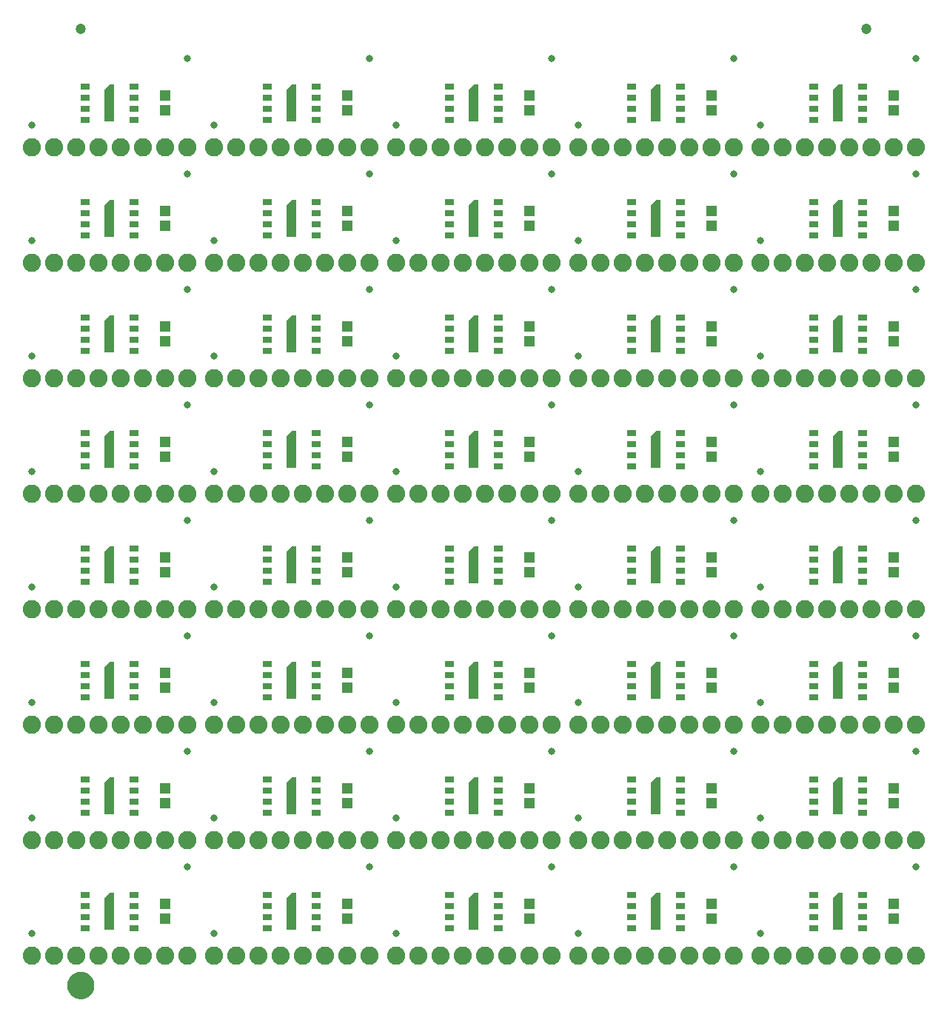
<source format=gts>
G04 EAGLE Gerber RS-274X export*
G75*
%MOMM*%
%FSLAX34Y34*%
%LPD*%
%INSoldermask Top*%
%IPPOS*%
%AMOC8*
5,1,8,0,0,1.08239X$1,22.5*%
G01*
%ADD10C,0.838200*%
%ADD11R,1.053200X0.703200*%
%ADD12R,1.203200X1.303200*%
%ADD13C,2.082800*%
%ADD14C,1.203200*%
%ADD15C,1.270000*%
%ADD16C,1.703200*%

G36*
X315196Y966816D02*
X315196Y966816D01*
X315213Y966813D01*
X315263Y966835D01*
X315314Y966850D01*
X315325Y966863D01*
X315341Y966870D01*
X315371Y966915D01*
X315406Y966955D01*
X315409Y966972D01*
X315418Y966987D01*
X315429Y967060D01*
X315429Y1009310D01*
X315424Y1009326D01*
X315427Y1009343D01*
X315405Y1009393D01*
X315390Y1009444D01*
X315377Y1009455D01*
X315370Y1009471D01*
X315325Y1009501D01*
X315285Y1009536D01*
X315268Y1009539D01*
X315254Y1009548D01*
X315180Y1009559D01*
X311080Y1009559D01*
X311022Y1009542D01*
X310964Y1009530D01*
X310952Y1009522D01*
X310946Y1009520D01*
X310939Y1009512D01*
X310904Y1009486D01*
X304404Y1002986D01*
X304375Y1002934D01*
X304342Y1002884D01*
X304340Y1002869D01*
X304337Y1002864D01*
X304337Y1002853D01*
X304331Y1002810D01*
X304331Y967060D01*
X304336Y967044D01*
X304333Y967027D01*
X304355Y966977D01*
X304370Y966926D01*
X304383Y966915D01*
X304390Y966899D01*
X304435Y966869D01*
X304475Y966834D01*
X304492Y966831D01*
X304507Y966822D01*
X304580Y966811D01*
X315180Y966811D01*
X315196Y966816D01*
G37*
G36*
X731756Y966816D02*
X731756Y966816D01*
X731773Y966813D01*
X731823Y966835D01*
X731874Y966850D01*
X731885Y966863D01*
X731901Y966870D01*
X731931Y966915D01*
X731966Y966955D01*
X731969Y966972D01*
X731978Y966987D01*
X731989Y967060D01*
X731989Y1009310D01*
X731984Y1009326D01*
X731987Y1009343D01*
X731965Y1009393D01*
X731950Y1009444D01*
X731937Y1009455D01*
X731930Y1009471D01*
X731885Y1009501D01*
X731845Y1009536D01*
X731828Y1009539D01*
X731814Y1009548D01*
X731740Y1009559D01*
X727640Y1009559D01*
X727582Y1009542D01*
X727524Y1009530D01*
X727512Y1009522D01*
X727506Y1009520D01*
X727499Y1009512D01*
X727464Y1009486D01*
X720964Y1002986D01*
X720935Y1002934D01*
X720902Y1002884D01*
X720900Y1002869D01*
X720897Y1002864D01*
X720897Y1002853D01*
X720891Y1002810D01*
X720891Y967060D01*
X720896Y967044D01*
X720893Y967027D01*
X720915Y966977D01*
X720930Y966926D01*
X720943Y966915D01*
X720950Y966899D01*
X720995Y966869D01*
X721035Y966834D01*
X721052Y966831D01*
X721067Y966822D01*
X721140Y966811D01*
X731740Y966811D01*
X731756Y966816D01*
G37*
G36*
X523476Y966816D02*
X523476Y966816D01*
X523493Y966813D01*
X523543Y966835D01*
X523594Y966850D01*
X523605Y966863D01*
X523621Y966870D01*
X523651Y966915D01*
X523686Y966955D01*
X523689Y966972D01*
X523698Y966987D01*
X523709Y967060D01*
X523709Y1009310D01*
X523704Y1009326D01*
X523707Y1009343D01*
X523685Y1009393D01*
X523670Y1009444D01*
X523657Y1009455D01*
X523650Y1009471D01*
X523605Y1009501D01*
X523565Y1009536D01*
X523548Y1009539D01*
X523534Y1009548D01*
X523460Y1009559D01*
X519360Y1009559D01*
X519302Y1009542D01*
X519244Y1009530D01*
X519232Y1009522D01*
X519226Y1009520D01*
X519219Y1009512D01*
X519184Y1009486D01*
X512684Y1002986D01*
X512655Y1002934D01*
X512622Y1002884D01*
X512620Y1002869D01*
X512617Y1002864D01*
X512617Y1002853D01*
X512611Y1002810D01*
X512611Y967060D01*
X512616Y967044D01*
X512613Y967027D01*
X512635Y966977D01*
X512650Y966926D01*
X512663Y966915D01*
X512670Y966899D01*
X512715Y966869D01*
X512755Y966834D01*
X512772Y966831D01*
X512787Y966822D01*
X512860Y966811D01*
X523460Y966811D01*
X523476Y966816D01*
G37*
G36*
X106916Y966816D02*
X106916Y966816D01*
X106933Y966813D01*
X106983Y966835D01*
X107034Y966850D01*
X107045Y966863D01*
X107061Y966870D01*
X107091Y966915D01*
X107126Y966955D01*
X107129Y966972D01*
X107138Y966987D01*
X107149Y967060D01*
X107149Y1009310D01*
X107144Y1009326D01*
X107147Y1009343D01*
X107125Y1009393D01*
X107110Y1009444D01*
X107097Y1009455D01*
X107090Y1009471D01*
X107045Y1009501D01*
X107005Y1009536D01*
X106988Y1009539D01*
X106974Y1009548D01*
X106900Y1009559D01*
X102800Y1009559D01*
X102742Y1009542D01*
X102684Y1009530D01*
X102672Y1009522D01*
X102666Y1009520D01*
X102659Y1009512D01*
X102624Y1009486D01*
X96124Y1002986D01*
X96095Y1002934D01*
X96062Y1002884D01*
X96060Y1002869D01*
X96057Y1002864D01*
X96057Y1002853D01*
X96051Y1002810D01*
X96051Y967060D01*
X96056Y967044D01*
X96053Y967027D01*
X96075Y966977D01*
X96090Y966926D01*
X96103Y966915D01*
X96110Y966899D01*
X96155Y966869D01*
X96195Y966834D01*
X96212Y966831D01*
X96227Y966822D01*
X96300Y966811D01*
X106900Y966811D01*
X106916Y966816D01*
G37*
G36*
X940036Y966816D02*
X940036Y966816D01*
X940053Y966813D01*
X940103Y966835D01*
X940154Y966850D01*
X940165Y966863D01*
X940181Y966870D01*
X940211Y966915D01*
X940246Y966955D01*
X940249Y966972D01*
X940258Y966987D01*
X940269Y967060D01*
X940269Y1009310D01*
X940264Y1009326D01*
X940267Y1009343D01*
X940245Y1009393D01*
X940230Y1009444D01*
X940217Y1009455D01*
X940210Y1009471D01*
X940165Y1009501D01*
X940125Y1009536D01*
X940108Y1009539D01*
X940094Y1009548D01*
X940020Y1009559D01*
X935920Y1009559D01*
X935862Y1009542D01*
X935804Y1009530D01*
X935792Y1009522D01*
X935786Y1009520D01*
X935779Y1009512D01*
X935744Y1009486D01*
X929244Y1002986D01*
X929215Y1002934D01*
X929182Y1002884D01*
X929180Y1002869D01*
X929177Y1002864D01*
X929177Y1002853D01*
X929171Y1002810D01*
X929171Y967060D01*
X929176Y967044D01*
X929173Y967027D01*
X929195Y966977D01*
X929210Y966926D01*
X929223Y966915D01*
X929230Y966899D01*
X929275Y966869D01*
X929315Y966834D01*
X929332Y966831D01*
X929347Y966822D01*
X929420Y966811D01*
X940020Y966811D01*
X940036Y966816D01*
G37*
G36*
X106916Y834736D02*
X106916Y834736D01*
X106933Y834733D01*
X106983Y834755D01*
X107034Y834770D01*
X107045Y834783D01*
X107061Y834790D01*
X107091Y834835D01*
X107126Y834875D01*
X107129Y834892D01*
X107138Y834907D01*
X107149Y834980D01*
X107149Y877230D01*
X107144Y877246D01*
X107147Y877263D01*
X107125Y877313D01*
X107110Y877364D01*
X107097Y877375D01*
X107090Y877391D01*
X107045Y877421D01*
X107005Y877456D01*
X106988Y877459D01*
X106974Y877468D01*
X106900Y877479D01*
X102800Y877479D01*
X102742Y877462D01*
X102684Y877450D01*
X102672Y877442D01*
X102666Y877440D01*
X102659Y877432D01*
X102624Y877406D01*
X96124Y870906D01*
X96095Y870854D01*
X96062Y870804D01*
X96060Y870789D01*
X96057Y870784D01*
X96057Y870773D01*
X96051Y870730D01*
X96051Y834980D01*
X96056Y834964D01*
X96053Y834947D01*
X96075Y834897D01*
X96090Y834846D01*
X96103Y834835D01*
X96110Y834819D01*
X96155Y834789D01*
X96195Y834754D01*
X96212Y834751D01*
X96227Y834742D01*
X96300Y834731D01*
X106900Y834731D01*
X106916Y834736D01*
G37*
G36*
X731756Y834736D02*
X731756Y834736D01*
X731773Y834733D01*
X731823Y834755D01*
X731874Y834770D01*
X731885Y834783D01*
X731901Y834790D01*
X731931Y834835D01*
X731966Y834875D01*
X731969Y834892D01*
X731978Y834907D01*
X731989Y834980D01*
X731989Y877230D01*
X731984Y877246D01*
X731987Y877263D01*
X731965Y877313D01*
X731950Y877364D01*
X731937Y877375D01*
X731930Y877391D01*
X731885Y877421D01*
X731845Y877456D01*
X731828Y877459D01*
X731814Y877468D01*
X731740Y877479D01*
X727640Y877479D01*
X727582Y877462D01*
X727524Y877450D01*
X727512Y877442D01*
X727506Y877440D01*
X727499Y877432D01*
X727464Y877406D01*
X720964Y870906D01*
X720935Y870854D01*
X720902Y870804D01*
X720900Y870789D01*
X720897Y870784D01*
X720897Y870773D01*
X720891Y870730D01*
X720891Y834980D01*
X720896Y834964D01*
X720893Y834947D01*
X720915Y834897D01*
X720930Y834846D01*
X720943Y834835D01*
X720950Y834819D01*
X720995Y834789D01*
X721035Y834754D01*
X721052Y834751D01*
X721067Y834742D01*
X721140Y834731D01*
X731740Y834731D01*
X731756Y834736D01*
G37*
G36*
X315196Y834736D02*
X315196Y834736D01*
X315213Y834733D01*
X315263Y834755D01*
X315314Y834770D01*
X315325Y834783D01*
X315341Y834790D01*
X315371Y834835D01*
X315406Y834875D01*
X315409Y834892D01*
X315418Y834907D01*
X315429Y834980D01*
X315429Y877230D01*
X315424Y877246D01*
X315427Y877263D01*
X315405Y877313D01*
X315390Y877364D01*
X315377Y877375D01*
X315370Y877391D01*
X315325Y877421D01*
X315285Y877456D01*
X315268Y877459D01*
X315254Y877468D01*
X315180Y877479D01*
X311080Y877479D01*
X311022Y877462D01*
X310964Y877450D01*
X310952Y877442D01*
X310946Y877440D01*
X310939Y877432D01*
X310904Y877406D01*
X304404Y870906D01*
X304375Y870854D01*
X304342Y870804D01*
X304340Y870789D01*
X304337Y870784D01*
X304337Y870773D01*
X304331Y870730D01*
X304331Y834980D01*
X304336Y834964D01*
X304333Y834947D01*
X304355Y834897D01*
X304370Y834846D01*
X304383Y834835D01*
X304390Y834819D01*
X304435Y834789D01*
X304475Y834754D01*
X304492Y834751D01*
X304507Y834742D01*
X304580Y834731D01*
X315180Y834731D01*
X315196Y834736D01*
G37*
G36*
X523476Y834736D02*
X523476Y834736D01*
X523493Y834733D01*
X523543Y834755D01*
X523594Y834770D01*
X523605Y834783D01*
X523621Y834790D01*
X523651Y834835D01*
X523686Y834875D01*
X523689Y834892D01*
X523698Y834907D01*
X523709Y834980D01*
X523709Y877230D01*
X523704Y877246D01*
X523707Y877263D01*
X523685Y877313D01*
X523670Y877364D01*
X523657Y877375D01*
X523650Y877391D01*
X523605Y877421D01*
X523565Y877456D01*
X523548Y877459D01*
X523534Y877468D01*
X523460Y877479D01*
X519360Y877479D01*
X519302Y877462D01*
X519244Y877450D01*
X519232Y877442D01*
X519226Y877440D01*
X519219Y877432D01*
X519184Y877406D01*
X512684Y870906D01*
X512655Y870854D01*
X512622Y870804D01*
X512620Y870789D01*
X512617Y870784D01*
X512617Y870773D01*
X512611Y870730D01*
X512611Y834980D01*
X512616Y834964D01*
X512613Y834947D01*
X512635Y834897D01*
X512650Y834846D01*
X512663Y834835D01*
X512670Y834819D01*
X512715Y834789D01*
X512755Y834754D01*
X512772Y834751D01*
X512787Y834742D01*
X512860Y834731D01*
X523460Y834731D01*
X523476Y834736D01*
G37*
G36*
X940036Y834736D02*
X940036Y834736D01*
X940053Y834733D01*
X940103Y834755D01*
X940154Y834770D01*
X940165Y834783D01*
X940181Y834790D01*
X940211Y834835D01*
X940246Y834875D01*
X940249Y834892D01*
X940258Y834907D01*
X940269Y834980D01*
X940269Y877230D01*
X940264Y877246D01*
X940267Y877263D01*
X940245Y877313D01*
X940230Y877364D01*
X940217Y877375D01*
X940210Y877391D01*
X940165Y877421D01*
X940125Y877456D01*
X940108Y877459D01*
X940094Y877468D01*
X940020Y877479D01*
X935920Y877479D01*
X935862Y877462D01*
X935804Y877450D01*
X935792Y877442D01*
X935786Y877440D01*
X935779Y877432D01*
X935744Y877406D01*
X929244Y870906D01*
X929215Y870854D01*
X929182Y870804D01*
X929180Y870789D01*
X929177Y870784D01*
X929177Y870773D01*
X929171Y870730D01*
X929171Y834980D01*
X929176Y834964D01*
X929173Y834947D01*
X929195Y834897D01*
X929210Y834846D01*
X929223Y834835D01*
X929230Y834819D01*
X929275Y834789D01*
X929315Y834754D01*
X929332Y834751D01*
X929347Y834742D01*
X929420Y834731D01*
X940020Y834731D01*
X940036Y834736D01*
G37*
G36*
X315196Y702656D02*
X315196Y702656D01*
X315213Y702653D01*
X315263Y702675D01*
X315314Y702690D01*
X315325Y702703D01*
X315341Y702710D01*
X315371Y702755D01*
X315406Y702795D01*
X315409Y702812D01*
X315418Y702827D01*
X315429Y702900D01*
X315429Y745150D01*
X315424Y745166D01*
X315427Y745183D01*
X315405Y745233D01*
X315390Y745284D01*
X315377Y745295D01*
X315370Y745311D01*
X315325Y745341D01*
X315285Y745376D01*
X315268Y745379D01*
X315254Y745388D01*
X315180Y745399D01*
X311080Y745399D01*
X311022Y745382D01*
X310964Y745370D01*
X310952Y745362D01*
X310946Y745360D01*
X310939Y745352D01*
X310904Y745326D01*
X304404Y738826D01*
X304375Y738774D01*
X304342Y738724D01*
X304340Y738709D01*
X304337Y738704D01*
X304337Y738693D01*
X304331Y738650D01*
X304331Y702900D01*
X304336Y702884D01*
X304333Y702867D01*
X304355Y702817D01*
X304370Y702766D01*
X304383Y702755D01*
X304390Y702739D01*
X304435Y702709D01*
X304475Y702674D01*
X304492Y702671D01*
X304507Y702662D01*
X304580Y702651D01*
X315180Y702651D01*
X315196Y702656D01*
G37*
G36*
X523476Y702656D02*
X523476Y702656D01*
X523493Y702653D01*
X523543Y702675D01*
X523594Y702690D01*
X523605Y702703D01*
X523621Y702710D01*
X523651Y702755D01*
X523686Y702795D01*
X523689Y702812D01*
X523698Y702827D01*
X523709Y702900D01*
X523709Y745150D01*
X523704Y745166D01*
X523707Y745183D01*
X523685Y745233D01*
X523670Y745284D01*
X523657Y745295D01*
X523650Y745311D01*
X523605Y745341D01*
X523565Y745376D01*
X523548Y745379D01*
X523534Y745388D01*
X523460Y745399D01*
X519360Y745399D01*
X519302Y745382D01*
X519244Y745370D01*
X519232Y745362D01*
X519226Y745360D01*
X519219Y745352D01*
X519184Y745326D01*
X512684Y738826D01*
X512655Y738774D01*
X512622Y738724D01*
X512620Y738709D01*
X512617Y738704D01*
X512617Y738693D01*
X512611Y738650D01*
X512611Y702900D01*
X512616Y702884D01*
X512613Y702867D01*
X512635Y702817D01*
X512650Y702766D01*
X512663Y702755D01*
X512670Y702739D01*
X512715Y702709D01*
X512755Y702674D01*
X512772Y702671D01*
X512787Y702662D01*
X512860Y702651D01*
X523460Y702651D01*
X523476Y702656D01*
G37*
G36*
X106916Y702656D02*
X106916Y702656D01*
X106933Y702653D01*
X106983Y702675D01*
X107034Y702690D01*
X107045Y702703D01*
X107061Y702710D01*
X107091Y702755D01*
X107126Y702795D01*
X107129Y702812D01*
X107138Y702827D01*
X107149Y702900D01*
X107149Y745150D01*
X107144Y745166D01*
X107147Y745183D01*
X107125Y745233D01*
X107110Y745284D01*
X107097Y745295D01*
X107090Y745311D01*
X107045Y745341D01*
X107005Y745376D01*
X106988Y745379D01*
X106974Y745388D01*
X106900Y745399D01*
X102800Y745399D01*
X102742Y745382D01*
X102684Y745370D01*
X102672Y745362D01*
X102666Y745360D01*
X102659Y745352D01*
X102624Y745326D01*
X96124Y738826D01*
X96095Y738774D01*
X96062Y738724D01*
X96060Y738709D01*
X96057Y738704D01*
X96057Y738693D01*
X96051Y738650D01*
X96051Y702900D01*
X96056Y702884D01*
X96053Y702867D01*
X96075Y702817D01*
X96090Y702766D01*
X96103Y702755D01*
X96110Y702739D01*
X96155Y702709D01*
X96195Y702674D01*
X96212Y702671D01*
X96227Y702662D01*
X96300Y702651D01*
X106900Y702651D01*
X106916Y702656D01*
G37*
G36*
X731756Y702656D02*
X731756Y702656D01*
X731773Y702653D01*
X731823Y702675D01*
X731874Y702690D01*
X731885Y702703D01*
X731901Y702710D01*
X731931Y702755D01*
X731966Y702795D01*
X731969Y702812D01*
X731978Y702827D01*
X731989Y702900D01*
X731989Y745150D01*
X731984Y745166D01*
X731987Y745183D01*
X731965Y745233D01*
X731950Y745284D01*
X731937Y745295D01*
X731930Y745311D01*
X731885Y745341D01*
X731845Y745376D01*
X731828Y745379D01*
X731814Y745388D01*
X731740Y745399D01*
X727640Y745399D01*
X727582Y745382D01*
X727524Y745370D01*
X727512Y745362D01*
X727506Y745360D01*
X727499Y745352D01*
X727464Y745326D01*
X720964Y738826D01*
X720935Y738774D01*
X720902Y738724D01*
X720900Y738709D01*
X720897Y738704D01*
X720897Y738693D01*
X720891Y738650D01*
X720891Y702900D01*
X720896Y702884D01*
X720893Y702867D01*
X720915Y702817D01*
X720930Y702766D01*
X720943Y702755D01*
X720950Y702739D01*
X720995Y702709D01*
X721035Y702674D01*
X721052Y702671D01*
X721067Y702662D01*
X721140Y702651D01*
X731740Y702651D01*
X731756Y702656D01*
G37*
G36*
X940036Y702656D02*
X940036Y702656D01*
X940053Y702653D01*
X940103Y702675D01*
X940154Y702690D01*
X940165Y702703D01*
X940181Y702710D01*
X940211Y702755D01*
X940246Y702795D01*
X940249Y702812D01*
X940258Y702827D01*
X940269Y702900D01*
X940269Y745150D01*
X940264Y745166D01*
X940267Y745183D01*
X940245Y745233D01*
X940230Y745284D01*
X940217Y745295D01*
X940210Y745311D01*
X940165Y745341D01*
X940125Y745376D01*
X940108Y745379D01*
X940094Y745388D01*
X940020Y745399D01*
X935920Y745399D01*
X935862Y745382D01*
X935804Y745370D01*
X935792Y745362D01*
X935786Y745360D01*
X935779Y745352D01*
X935744Y745326D01*
X929244Y738826D01*
X929215Y738774D01*
X929182Y738724D01*
X929180Y738709D01*
X929177Y738704D01*
X929177Y738693D01*
X929171Y738650D01*
X929171Y702900D01*
X929176Y702884D01*
X929173Y702867D01*
X929195Y702817D01*
X929210Y702766D01*
X929223Y702755D01*
X929230Y702739D01*
X929275Y702709D01*
X929315Y702674D01*
X929332Y702671D01*
X929347Y702662D01*
X929420Y702651D01*
X940020Y702651D01*
X940036Y702656D01*
G37*
G36*
X731756Y570576D02*
X731756Y570576D01*
X731773Y570573D01*
X731823Y570595D01*
X731874Y570610D01*
X731885Y570623D01*
X731901Y570630D01*
X731931Y570675D01*
X731966Y570715D01*
X731969Y570732D01*
X731978Y570747D01*
X731989Y570820D01*
X731989Y613070D01*
X731984Y613086D01*
X731987Y613103D01*
X731965Y613153D01*
X731950Y613204D01*
X731937Y613215D01*
X731930Y613231D01*
X731885Y613261D01*
X731845Y613296D01*
X731828Y613299D01*
X731814Y613308D01*
X731740Y613319D01*
X727640Y613319D01*
X727582Y613302D01*
X727524Y613290D01*
X727512Y613282D01*
X727506Y613280D01*
X727499Y613272D01*
X727464Y613246D01*
X720964Y606746D01*
X720935Y606694D01*
X720902Y606644D01*
X720900Y606629D01*
X720897Y606624D01*
X720897Y606613D01*
X720891Y606570D01*
X720891Y570820D01*
X720896Y570804D01*
X720893Y570787D01*
X720915Y570737D01*
X720930Y570686D01*
X720943Y570675D01*
X720950Y570659D01*
X720995Y570629D01*
X721035Y570594D01*
X721052Y570591D01*
X721067Y570582D01*
X721140Y570571D01*
X731740Y570571D01*
X731756Y570576D01*
G37*
G36*
X523476Y570576D02*
X523476Y570576D01*
X523493Y570573D01*
X523543Y570595D01*
X523594Y570610D01*
X523605Y570623D01*
X523621Y570630D01*
X523651Y570675D01*
X523686Y570715D01*
X523689Y570732D01*
X523698Y570747D01*
X523709Y570820D01*
X523709Y613070D01*
X523704Y613086D01*
X523707Y613103D01*
X523685Y613153D01*
X523670Y613204D01*
X523657Y613215D01*
X523650Y613231D01*
X523605Y613261D01*
X523565Y613296D01*
X523548Y613299D01*
X523534Y613308D01*
X523460Y613319D01*
X519360Y613319D01*
X519302Y613302D01*
X519244Y613290D01*
X519232Y613282D01*
X519226Y613280D01*
X519219Y613272D01*
X519184Y613246D01*
X512684Y606746D01*
X512655Y606694D01*
X512622Y606644D01*
X512620Y606629D01*
X512617Y606624D01*
X512617Y606613D01*
X512611Y606570D01*
X512611Y570820D01*
X512616Y570804D01*
X512613Y570787D01*
X512635Y570737D01*
X512650Y570686D01*
X512663Y570675D01*
X512670Y570659D01*
X512715Y570629D01*
X512755Y570594D01*
X512772Y570591D01*
X512787Y570582D01*
X512860Y570571D01*
X523460Y570571D01*
X523476Y570576D01*
G37*
G36*
X106916Y570576D02*
X106916Y570576D01*
X106933Y570573D01*
X106983Y570595D01*
X107034Y570610D01*
X107045Y570623D01*
X107061Y570630D01*
X107091Y570675D01*
X107126Y570715D01*
X107129Y570732D01*
X107138Y570747D01*
X107149Y570820D01*
X107149Y613070D01*
X107144Y613086D01*
X107147Y613103D01*
X107125Y613153D01*
X107110Y613204D01*
X107097Y613215D01*
X107090Y613231D01*
X107045Y613261D01*
X107005Y613296D01*
X106988Y613299D01*
X106974Y613308D01*
X106900Y613319D01*
X102800Y613319D01*
X102742Y613302D01*
X102684Y613290D01*
X102672Y613282D01*
X102666Y613280D01*
X102659Y613272D01*
X102624Y613246D01*
X96124Y606746D01*
X96095Y606694D01*
X96062Y606644D01*
X96060Y606629D01*
X96057Y606624D01*
X96057Y606613D01*
X96051Y606570D01*
X96051Y570820D01*
X96056Y570804D01*
X96053Y570787D01*
X96075Y570737D01*
X96090Y570686D01*
X96103Y570675D01*
X96110Y570659D01*
X96155Y570629D01*
X96195Y570594D01*
X96212Y570591D01*
X96227Y570582D01*
X96300Y570571D01*
X106900Y570571D01*
X106916Y570576D01*
G37*
G36*
X940036Y570576D02*
X940036Y570576D01*
X940053Y570573D01*
X940103Y570595D01*
X940154Y570610D01*
X940165Y570623D01*
X940181Y570630D01*
X940211Y570675D01*
X940246Y570715D01*
X940249Y570732D01*
X940258Y570747D01*
X940269Y570820D01*
X940269Y613070D01*
X940264Y613086D01*
X940267Y613103D01*
X940245Y613153D01*
X940230Y613204D01*
X940217Y613215D01*
X940210Y613231D01*
X940165Y613261D01*
X940125Y613296D01*
X940108Y613299D01*
X940094Y613308D01*
X940020Y613319D01*
X935920Y613319D01*
X935862Y613302D01*
X935804Y613290D01*
X935792Y613282D01*
X935786Y613280D01*
X935779Y613272D01*
X935744Y613246D01*
X929244Y606746D01*
X929215Y606694D01*
X929182Y606644D01*
X929180Y606629D01*
X929177Y606624D01*
X929177Y606613D01*
X929171Y606570D01*
X929171Y570820D01*
X929176Y570804D01*
X929173Y570787D01*
X929195Y570737D01*
X929210Y570686D01*
X929223Y570675D01*
X929230Y570659D01*
X929275Y570629D01*
X929315Y570594D01*
X929332Y570591D01*
X929347Y570582D01*
X929420Y570571D01*
X940020Y570571D01*
X940036Y570576D01*
G37*
G36*
X315196Y570576D02*
X315196Y570576D01*
X315213Y570573D01*
X315263Y570595D01*
X315314Y570610D01*
X315325Y570623D01*
X315341Y570630D01*
X315371Y570675D01*
X315406Y570715D01*
X315409Y570732D01*
X315418Y570747D01*
X315429Y570820D01*
X315429Y613070D01*
X315424Y613086D01*
X315427Y613103D01*
X315405Y613153D01*
X315390Y613204D01*
X315377Y613215D01*
X315370Y613231D01*
X315325Y613261D01*
X315285Y613296D01*
X315268Y613299D01*
X315254Y613308D01*
X315180Y613319D01*
X311080Y613319D01*
X311022Y613302D01*
X310964Y613290D01*
X310952Y613282D01*
X310946Y613280D01*
X310939Y613272D01*
X310904Y613246D01*
X304404Y606746D01*
X304375Y606694D01*
X304342Y606644D01*
X304340Y606629D01*
X304337Y606624D01*
X304337Y606613D01*
X304331Y606570D01*
X304331Y570820D01*
X304336Y570804D01*
X304333Y570787D01*
X304355Y570737D01*
X304370Y570686D01*
X304383Y570675D01*
X304390Y570659D01*
X304435Y570629D01*
X304475Y570594D01*
X304492Y570591D01*
X304507Y570582D01*
X304580Y570571D01*
X315180Y570571D01*
X315196Y570576D01*
G37*
G36*
X523476Y438496D02*
X523476Y438496D01*
X523493Y438493D01*
X523543Y438515D01*
X523594Y438530D01*
X523605Y438543D01*
X523621Y438550D01*
X523651Y438595D01*
X523686Y438635D01*
X523689Y438652D01*
X523698Y438667D01*
X523709Y438740D01*
X523709Y480990D01*
X523704Y481006D01*
X523707Y481023D01*
X523685Y481073D01*
X523670Y481124D01*
X523657Y481135D01*
X523650Y481151D01*
X523605Y481181D01*
X523565Y481216D01*
X523548Y481219D01*
X523534Y481228D01*
X523460Y481239D01*
X519360Y481239D01*
X519302Y481222D01*
X519244Y481210D01*
X519232Y481202D01*
X519226Y481200D01*
X519219Y481192D01*
X519184Y481166D01*
X512684Y474666D01*
X512655Y474614D01*
X512622Y474564D01*
X512620Y474549D01*
X512617Y474544D01*
X512617Y474533D01*
X512611Y474490D01*
X512611Y438740D01*
X512616Y438724D01*
X512613Y438707D01*
X512635Y438657D01*
X512650Y438606D01*
X512663Y438595D01*
X512670Y438579D01*
X512715Y438549D01*
X512755Y438514D01*
X512772Y438511D01*
X512787Y438502D01*
X512860Y438491D01*
X523460Y438491D01*
X523476Y438496D01*
G37*
G36*
X940036Y438496D02*
X940036Y438496D01*
X940053Y438493D01*
X940103Y438515D01*
X940154Y438530D01*
X940165Y438543D01*
X940181Y438550D01*
X940211Y438595D01*
X940246Y438635D01*
X940249Y438652D01*
X940258Y438667D01*
X940269Y438740D01*
X940269Y480990D01*
X940264Y481006D01*
X940267Y481023D01*
X940245Y481073D01*
X940230Y481124D01*
X940217Y481135D01*
X940210Y481151D01*
X940165Y481181D01*
X940125Y481216D01*
X940108Y481219D01*
X940094Y481228D01*
X940020Y481239D01*
X935920Y481239D01*
X935862Y481222D01*
X935804Y481210D01*
X935792Y481202D01*
X935786Y481200D01*
X935779Y481192D01*
X935744Y481166D01*
X929244Y474666D01*
X929215Y474614D01*
X929182Y474564D01*
X929180Y474549D01*
X929177Y474544D01*
X929177Y474533D01*
X929171Y474490D01*
X929171Y438740D01*
X929176Y438724D01*
X929173Y438707D01*
X929195Y438657D01*
X929210Y438606D01*
X929223Y438595D01*
X929230Y438579D01*
X929275Y438549D01*
X929315Y438514D01*
X929332Y438511D01*
X929347Y438502D01*
X929420Y438491D01*
X940020Y438491D01*
X940036Y438496D01*
G37*
G36*
X731756Y438496D02*
X731756Y438496D01*
X731773Y438493D01*
X731823Y438515D01*
X731874Y438530D01*
X731885Y438543D01*
X731901Y438550D01*
X731931Y438595D01*
X731966Y438635D01*
X731969Y438652D01*
X731978Y438667D01*
X731989Y438740D01*
X731989Y480990D01*
X731984Y481006D01*
X731987Y481023D01*
X731965Y481073D01*
X731950Y481124D01*
X731937Y481135D01*
X731930Y481151D01*
X731885Y481181D01*
X731845Y481216D01*
X731828Y481219D01*
X731814Y481228D01*
X731740Y481239D01*
X727640Y481239D01*
X727582Y481222D01*
X727524Y481210D01*
X727512Y481202D01*
X727506Y481200D01*
X727499Y481192D01*
X727464Y481166D01*
X720964Y474666D01*
X720935Y474614D01*
X720902Y474564D01*
X720900Y474549D01*
X720897Y474544D01*
X720897Y474533D01*
X720891Y474490D01*
X720891Y438740D01*
X720896Y438724D01*
X720893Y438707D01*
X720915Y438657D01*
X720930Y438606D01*
X720943Y438595D01*
X720950Y438579D01*
X720995Y438549D01*
X721035Y438514D01*
X721052Y438511D01*
X721067Y438502D01*
X721140Y438491D01*
X731740Y438491D01*
X731756Y438496D01*
G37*
G36*
X315196Y438496D02*
X315196Y438496D01*
X315213Y438493D01*
X315263Y438515D01*
X315314Y438530D01*
X315325Y438543D01*
X315341Y438550D01*
X315371Y438595D01*
X315406Y438635D01*
X315409Y438652D01*
X315418Y438667D01*
X315429Y438740D01*
X315429Y480990D01*
X315424Y481006D01*
X315427Y481023D01*
X315405Y481073D01*
X315390Y481124D01*
X315377Y481135D01*
X315370Y481151D01*
X315325Y481181D01*
X315285Y481216D01*
X315268Y481219D01*
X315254Y481228D01*
X315180Y481239D01*
X311080Y481239D01*
X311022Y481222D01*
X310964Y481210D01*
X310952Y481202D01*
X310946Y481200D01*
X310939Y481192D01*
X310904Y481166D01*
X304404Y474666D01*
X304375Y474614D01*
X304342Y474564D01*
X304340Y474549D01*
X304337Y474544D01*
X304337Y474533D01*
X304331Y474490D01*
X304331Y438740D01*
X304336Y438724D01*
X304333Y438707D01*
X304355Y438657D01*
X304370Y438606D01*
X304383Y438595D01*
X304390Y438579D01*
X304435Y438549D01*
X304475Y438514D01*
X304492Y438511D01*
X304507Y438502D01*
X304580Y438491D01*
X315180Y438491D01*
X315196Y438496D01*
G37*
G36*
X106916Y438496D02*
X106916Y438496D01*
X106933Y438493D01*
X106983Y438515D01*
X107034Y438530D01*
X107045Y438543D01*
X107061Y438550D01*
X107091Y438595D01*
X107126Y438635D01*
X107129Y438652D01*
X107138Y438667D01*
X107149Y438740D01*
X107149Y480990D01*
X107144Y481006D01*
X107147Y481023D01*
X107125Y481073D01*
X107110Y481124D01*
X107097Y481135D01*
X107090Y481151D01*
X107045Y481181D01*
X107005Y481216D01*
X106988Y481219D01*
X106974Y481228D01*
X106900Y481239D01*
X102800Y481239D01*
X102742Y481222D01*
X102684Y481210D01*
X102672Y481202D01*
X102666Y481200D01*
X102659Y481192D01*
X102624Y481166D01*
X96124Y474666D01*
X96095Y474614D01*
X96062Y474564D01*
X96060Y474549D01*
X96057Y474544D01*
X96057Y474533D01*
X96051Y474490D01*
X96051Y438740D01*
X96056Y438724D01*
X96053Y438707D01*
X96075Y438657D01*
X96090Y438606D01*
X96103Y438595D01*
X96110Y438579D01*
X96155Y438549D01*
X96195Y438514D01*
X96212Y438511D01*
X96227Y438502D01*
X96300Y438491D01*
X106900Y438491D01*
X106916Y438496D01*
G37*
G36*
X940036Y306416D02*
X940036Y306416D01*
X940053Y306413D01*
X940103Y306435D01*
X940154Y306450D01*
X940165Y306463D01*
X940181Y306470D01*
X940211Y306515D01*
X940246Y306555D01*
X940249Y306572D01*
X940258Y306587D01*
X940269Y306660D01*
X940269Y348910D01*
X940264Y348926D01*
X940267Y348943D01*
X940245Y348993D01*
X940230Y349044D01*
X940217Y349055D01*
X940210Y349071D01*
X940165Y349101D01*
X940125Y349136D01*
X940108Y349139D01*
X940094Y349148D01*
X940020Y349159D01*
X935920Y349159D01*
X935862Y349142D01*
X935804Y349130D01*
X935792Y349122D01*
X935786Y349120D01*
X935779Y349112D01*
X935744Y349086D01*
X929244Y342586D01*
X929215Y342534D01*
X929182Y342484D01*
X929180Y342469D01*
X929177Y342464D01*
X929177Y342453D01*
X929171Y342410D01*
X929171Y306660D01*
X929176Y306644D01*
X929173Y306627D01*
X929195Y306577D01*
X929210Y306526D01*
X929223Y306515D01*
X929230Y306499D01*
X929275Y306469D01*
X929315Y306434D01*
X929332Y306431D01*
X929347Y306422D01*
X929420Y306411D01*
X940020Y306411D01*
X940036Y306416D01*
G37*
G36*
X731756Y306416D02*
X731756Y306416D01*
X731773Y306413D01*
X731823Y306435D01*
X731874Y306450D01*
X731885Y306463D01*
X731901Y306470D01*
X731931Y306515D01*
X731966Y306555D01*
X731969Y306572D01*
X731978Y306587D01*
X731989Y306660D01*
X731989Y348910D01*
X731984Y348926D01*
X731987Y348943D01*
X731965Y348993D01*
X731950Y349044D01*
X731937Y349055D01*
X731930Y349071D01*
X731885Y349101D01*
X731845Y349136D01*
X731828Y349139D01*
X731814Y349148D01*
X731740Y349159D01*
X727640Y349159D01*
X727582Y349142D01*
X727524Y349130D01*
X727512Y349122D01*
X727506Y349120D01*
X727499Y349112D01*
X727464Y349086D01*
X720964Y342586D01*
X720935Y342534D01*
X720902Y342484D01*
X720900Y342469D01*
X720897Y342464D01*
X720897Y342453D01*
X720891Y342410D01*
X720891Y306660D01*
X720896Y306644D01*
X720893Y306627D01*
X720915Y306577D01*
X720930Y306526D01*
X720943Y306515D01*
X720950Y306499D01*
X720995Y306469D01*
X721035Y306434D01*
X721052Y306431D01*
X721067Y306422D01*
X721140Y306411D01*
X731740Y306411D01*
X731756Y306416D01*
G37*
G36*
X523476Y306416D02*
X523476Y306416D01*
X523493Y306413D01*
X523543Y306435D01*
X523594Y306450D01*
X523605Y306463D01*
X523621Y306470D01*
X523651Y306515D01*
X523686Y306555D01*
X523689Y306572D01*
X523698Y306587D01*
X523709Y306660D01*
X523709Y348910D01*
X523704Y348926D01*
X523707Y348943D01*
X523685Y348993D01*
X523670Y349044D01*
X523657Y349055D01*
X523650Y349071D01*
X523605Y349101D01*
X523565Y349136D01*
X523548Y349139D01*
X523534Y349148D01*
X523460Y349159D01*
X519360Y349159D01*
X519302Y349142D01*
X519244Y349130D01*
X519232Y349122D01*
X519226Y349120D01*
X519219Y349112D01*
X519184Y349086D01*
X512684Y342586D01*
X512655Y342534D01*
X512622Y342484D01*
X512620Y342469D01*
X512617Y342464D01*
X512617Y342453D01*
X512611Y342410D01*
X512611Y306660D01*
X512616Y306644D01*
X512613Y306627D01*
X512635Y306577D01*
X512650Y306526D01*
X512663Y306515D01*
X512670Y306499D01*
X512715Y306469D01*
X512755Y306434D01*
X512772Y306431D01*
X512787Y306422D01*
X512860Y306411D01*
X523460Y306411D01*
X523476Y306416D01*
G37*
G36*
X106916Y306416D02*
X106916Y306416D01*
X106933Y306413D01*
X106983Y306435D01*
X107034Y306450D01*
X107045Y306463D01*
X107061Y306470D01*
X107091Y306515D01*
X107126Y306555D01*
X107129Y306572D01*
X107138Y306587D01*
X107149Y306660D01*
X107149Y348910D01*
X107144Y348926D01*
X107147Y348943D01*
X107125Y348993D01*
X107110Y349044D01*
X107097Y349055D01*
X107090Y349071D01*
X107045Y349101D01*
X107005Y349136D01*
X106988Y349139D01*
X106974Y349148D01*
X106900Y349159D01*
X102800Y349159D01*
X102742Y349142D01*
X102684Y349130D01*
X102672Y349122D01*
X102666Y349120D01*
X102659Y349112D01*
X102624Y349086D01*
X96124Y342586D01*
X96095Y342534D01*
X96062Y342484D01*
X96060Y342469D01*
X96057Y342464D01*
X96057Y342453D01*
X96051Y342410D01*
X96051Y306660D01*
X96056Y306644D01*
X96053Y306627D01*
X96075Y306577D01*
X96090Y306526D01*
X96103Y306515D01*
X96110Y306499D01*
X96155Y306469D01*
X96195Y306434D01*
X96212Y306431D01*
X96227Y306422D01*
X96300Y306411D01*
X106900Y306411D01*
X106916Y306416D01*
G37*
G36*
X315196Y306416D02*
X315196Y306416D01*
X315213Y306413D01*
X315263Y306435D01*
X315314Y306450D01*
X315325Y306463D01*
X315341Y306470D01*
X315371Y306515D01*
X315406Y306555D01*
X315409Y306572D01*
X315418Y306587D01*
X315429Y306660D01*
X315429Y348910D01*
X315424Y348926D01*
X315427Y348943D01*
X315405Y348993D01*
X315390Y349044D01*
X315377Y349055D01*
X315370Y349071D01*
X315325Y349101D01*
X315285Y349136D01*
X315268Y349139D01*
X315254Y349148D01*
X315180Y349159D01*
X311080Y349159D01*
X311022Y349142D01*
X310964Y349130D01*
X310952Y349122D01*
X310946Y349120D01*
X310939Y349112D01*
X310904Y349086D01*
X304404Y342586D01*
X304375Y342534D01*
X304342Y342484D01*
X304340Y342469D01*
X304337Y342464D01*
X304337Y342453D01*
X304331Y342410D01*
X304331Y306660D01*
X304336Y306644D01*
X304333Y306627D01*
X304355Y306577D01*
X304370Y306526D01*
X304383Y306515D01*
X304390Y306499D01*
X304435Y306469D01*
X304475Y306434D01*
X304492Y306431D01*
X304507Y306422D01*
X304580Y306411D01*
X315180Y306411D01*
X315196Y306416D01*
G37*
G36*
X940036Y174336D02*
X940036Y174336D01*
X940053Y174333D01*
X940103Y174355D01*
X940154Y174370D01*
X940165Y174383D01*
X940181Y174390D01*
X940211Y174435D01*
X940246Y174475D01*
X940249Y174492D01*
X940258Y174507D01*
X940269Y174580D01*
X940269Y216830D01*
X940264Y216846D01*
X940267Y216863D01*
X940245Y216913D01*
X940230Y216964D01*
X940217Y216975D01*
X940210Y216991D01*
X940165Y217021D01*
X940125Y217056D01*
X940108Y217059D01*
X940094Y217068D01*
X940020Y217079D01*
X935920Y217079D01*
X935862Y217062D01*
X935804Y217050D01*
X935792Y217042D01*
X935786Y217040D01*
X935779Y217032D01*
X935744Y217006D01*
X929244Y210506D01*
X929215Y210454D01*
X929182Y210404D01*
X929180Y210389D01*
X929177Y210384D01*
X929177Y210373D01*
X929171Y210330D01*
X929171Y174580D01*
X929176Y174564D01*
X929173Y174547D01*
X929195Y174497D01*
X929210Y174446D01*
X929223Y174435D01*
X929230Y174419D01*
X929275Y174389D01*
X929315Y174354D01*
X929332Y174351D01*
X929347Y174342D01*
X929420Y174331D01*
X940020Y174331D01*
X940036Y174336D01*
G37*
G36*
X731756Y174336D02*
X731756Y174336D01*
X731773Y174333D01*
X731823Y174355D01*
X731874Y174370D01*
X731885Y174383D01*
X731901Y174390D01*
X731931Y174435D01*
X731966Y174475D01*
X731969Y174492D01*
X731978Y174507D01*
X731989Y174580D01*
X731989Y216830D01*
X731984Y216846D01*
X731987Y216863D01*
X731965Y216913D01*
X731950Y216964D01*
X731937Y216975D01*
X731930Y216991D01*
X731885Y217021D01*
X731845Y217056D01*
X731828Y217059D01*
X731814Y217068D01*
X731740Y217079D01*
X727640Y217079D01*
X727582Y217062D01*
X727524Y217050D01*
X727512Y217042D01*
X727506Y217040D01*
X727499Y217032D01*
X727464Y217006D01*
X720964Y210506D01*
X720935Y210454D01*
X720902Y210404D01*
X720900Y210389D01*
X720897Y210384D01*
X720897Y210373D01*
X720891Y210330D01*
X720891Y174580D01*
X720896Y174564D01*
X720893Y174547D01*
X720915Y174497D01*
X720930Y174446D01*
X720943Y174435D01*
X720950Y174419D01*
X720995Y174389D01*
X721035Y174354D01*
X721052Y174351D01*
X721067Y174342D01*
X721140Y174331D01*
X731740Y174331D01*
X731756Y174336D01*
G37*
G36*
X523476Y174336D02*
X523476Y174336D01*
X523493Y174333D01*
X523543Y174355D01*
X523594Y174370D01*
X523605Y174383D01*
X523621Y174390D01*
X523651Y174435D01*
X523686Y174475D01*
X523689Y174492D01*
X523698Y174507D01*
X523709Y174580D01*
X523709Y216830D01*
X523704Y216846D01*
X523707Y216863D01*
X523685Y216913D01*
X523670Y216964D01*
X523657Y216975D01*
X523650Y216991D01*
X523605Y217021D01*
X523565Y217056D01*
X523548Y217059D01*
X523534Y217068D01*
X523460Y217079D01*
X519360Y217079D01*
X519302Y217062D01*
X519244Y217050D01*
X519232Y217042D01*
X519226Y217040D01*
X519219Y217032D01*
X519184Y217006D01*
X512684Y210506D01*
X512655Y210454D01*
X512622Y210404D01*
X512620Y210389D01*
X512617Y210384D01*
X512617Y210373D01*
X512611Y210330D01*
X512611Y174580D01*
X512616Y174564D01*
X512613Y174547D01*
X512635Y174497D01*
X512650Y174446D01*
X512663Y174435D01*
X512670Y174419D01*
X512715Y174389D01*
X512755Y174354D01*
X512772Y174351D01*
X512787Y174342D01*
X512860Y174331D01*
X523460Y174331D01*
X523476Y174336D01*
G37*
G36*
X315196Y174336D02*
X315196Y174336D01*
X315213Y174333D01*
X315263Y174355D01*
X315314Y174370D01*
X315325Y174383D01*
X315341Y174390D01*
X315371Y174435D01*
X315406Y174475D01*
X315409Y174492D01*
X315418Y174507D01*
X315429Y174580D01*
X315429Y216830D01*
X315424Y216846D01*
X315427Y216863D01*
X315405Y216913D01*
X315390Y216964D01*
X315377Y216975D01*
X315370Y216991D01*
X315325Y217021D01*
X315285Y217056D01*
X315268Y217059D01*
X315254Y217068D01*
X315180Y217079D01*
X311080Y217079D01*
X311022Y217062D01*
X310964Y217050D01*
X310952Y217042D01*
X310946Y217040D01*
X310939Y217032D01*
X310904Y217006D01*
X304404Y210506D01*
X304375Y210454D01*
X304342Y210404D01*
X304340Y210389D01*
X304337Y210384D01*
X304337Y210373D01*
X304331Y210330D01*
X304331Y174580D01*
X304336Y174564D01*
X304333Y174547D01*
X304355Y174497D01*
X304370Y174446D01*
X304383Y174435D01*
X304390Y174419D01*
X304435Y174389D01*
X304475Y174354D01*
X304492Y174351D01*
X304507Y174342D01*
X304580Y174331D01*
X315180Y174331D01*
X315196Y174336D01*
G37*
G36*
X106916Y174336D02*
X106916Y174336D01*
X106933Y174333D01*
X106983Y174355D01*
X107034Y174370D01*
X107045Y174383D01*
X107061Y174390D01*
X107091Y174435D01*
X107126Y174475D01*
X107129Y174492D01*
X107138Y174507D01*
X107149Y174580D01*
X107149Y216830D01*
X107144Y216846D01*
X107147Y216863D01*
X107125Y216913D01*
X107110Y216964D01*
X107097Y216975D01*
X107090Y216991D01*
X107045Y217021D01*
X107005Y217056D01*
X106988Y217059D01*
X106974Y217068D01*
X106900Y217079D01*
X102800Y217079D01*
X102742Y217062D01*
X102684Y217050D01*
X102672Y217042D01*
X102666Y217040D01*
X102659Y217032D01*
X102624Y217006D01*
X96124Y210506D01*
X96095Y210454D01*
X96062Y210404D01*
X96060Y210389D01*
X96057Y210384D01*
X96057Y210373D01*
X96051Y210330D01*
X96051Y174580D01*
X96056Y174564D01*
X96053Y174547D01*
X96075Y174497D01*
X96090Y174446D01*
X96103Y174435D01*
X96110Y174419D01*
X96155Y174389D01*
X96195Y174354D01*
X96212Y174351D01*
X96227Y174342D01*
X96300Y174331D01*
X106900Y174331D01*
X106916Y174336D01*
G37*
G36*
X940036Y42256D02*
X940036Y42256D01*
X940053Y42253D01*
X940103Y42275D01*
X940154Y42290D01*
X940165Y42303D01*
X940181Y42310D01*
X940211Y42355D01*
X940246Y42395D01*
X940249Y42412D01*
X940258Y42427D01*
X940269Y42500D01*
X940269Y84750D01*
X940264Y84766D01*
X940267Y84783D01*
X940245Y84833D01*
X940230Y84884D01*
X940217Y84895D01*
X940210Y84911D01*
X940165Y84941D01*
X940125Y84976D01*
X940108Y84979D01*
X940094Y84988D01*
X940020Y84999D01*
X935920Y84999D01*
X935862Y84982D01*
X935804Y84970D01*
X935792Y84962D01*
X935786Y84960D01*
X935779Y84952D01*
X935744Y84926D01*
X929244Y78426D01*
X929215Y78374D01*
X929182Y78324D01*
X929180Y78309D01*
X929177Y78304D01*
X929177Y78293D01*
X929171Y78250D01*
X929171Y42500D01*
X929176Y42484D01*
X929173Y42467D01*
X929195Y42417D01*
X929210Y42366D01*
X929223Y42355D01*
X929230Y42339D01*
X929275Y42309D01*
X929315Y42274D01*
X929332Y42271D01*
X929347Y42262D01*
X929420Y42251D01*
X940020Y42251D01*
X940036Y42256D01*
G37*
G36*
X731756Y42256D02*
X731756Y42256D01*
X731773Y42253D01*
X731823Y42275D01*
X731874Y42290D01*
X731885Y42303D01*
X731901Y42310D01*
X731931Y42355D01*
X731966Y42395D01*
X731969Y42412D01*
X731978Y42427D01*
X731989Y42500D01*
X731989Y84750D01*
X731984Y84766D01*
X731987Y84783D01*
X731965Y84833D01*
X731950Y84884D01*
X731937Y84895D01*
X731930Y84911D01*
X731885Y84941D01*
X731845Y84976D01*
X731828Y84979D01*
X731814Y84988D01*
X731740Y84999D01*
X727640Y84999D01*
X727582Y84982D01*
X727524Y84970D01*
X727512Y84962D01*
X727506Y84960D01*
X727499Y84952D01*
X727464Y84926D01*
X720964Y78426D01*
X720935Y78374D01*
X720902Y78324D01*
X720900Y78309D01*
X720897Y78304D01*
X720897Y78293D01*
X720891Y78250D01*
X720891Y42500D01*
X720896Y42484D01*
X720893Y42467D01*
X720915Y42417D01*
X720930Y42366D01*
X720943Y42355D01*
X720950Y42339D01*
X720995Y42309D01*
X721035Y42274D01*
X721052Y42271D01*
X721067Y42262D01*
X721140Y42251D01*
X731740Y42251D01*
X731756Y42256D01*
G37*
G36*
X523476Y42256D02*
X523476Y42256D01*
X523493Y42253D01*
X523543Y42275D01*
X523594Y42290D01*
X523605Y42303D01*
X523621Y42310D01*
X523651Y42355D01*
X523686Y42395D01*
X523689Y42412D01*
X523698Y42427D01*
X523709Y42500D01*
X523709Y84750D01*
X523704Y84766D01*
X523707Y84783D01*
X523685Y84833D01*
X523670Y84884D01*
X523657Y84895D01*
X523650Y84911D01*
X523605Y84941D01*
X523565Y84976D01*
X523548Y84979D01*
X523534Y84988D01*
X523460Y84999D01*
X519360Y84999D01*
X519302Y84982D01*
X519244Y84970D01*
X519232Y84962D01*
X519226Y84960D01*
X519219Y84952D01*
X519184Y84926D01*
X512684Y78426D01*
X512655Y78374D01*
X512622Y78324D01*
X512620Y78309D01*
X512617Y78304D01*
X512617Y78293D01*
X512611Y78250D01*
X512611Y42500D01*
X512616Y42484D01*
X512613Y42467D01*
X512635Y42417D01*
X512650Y42366D01*
X512663Y42355D01*
X512670Y42339D01*
X512715Y42309D01*
X512755Y42274D01*
X512772Y42271D01*
X512787Y42262D01*
X512860Y42251D01*
X523460Y42251D01*
X523476Y42256D01*
G37*
G36*
X315196Y42256D02*
X315196Y42256D01*
X315213Y42253D01*
X315263Y42275D01*
X315314Y42290D01*
X315325Y42303D01*
X315341Y42310D01*
X315371Y42355D01*
X315406Y42395D01*
X315409Y42412D01*
X315418Y42427D01*
X315429Y42500D01*
X315429Y84750D01*
X315424Y84766D01*
X315427Y84783D01*
X315405Y84833D01*
X315390Y84884D01*
X315377Y84895D01*
X315370Y84911D01*
X315325Y84941D01*
X315285Y84976D01*
X315268Y84979D01*
X315254Y84988D01*
X315180Y84999D01*
X311080Y84999D01*
X311022Y84982D01*
X310964Y84970D01*
X310952Y84962D01*
X310946Y84960D01*
X310939Y84952D01*
X310904Y84926D01*
X304404Y78426D01*
X304375Y78374D01*
X304342Y78324D01*
X304340Y78309D01*
X304337Y78304D01*
X304337Y78293D01*
X304331Y78250D01*
X304331Y42500D01*
X304336Y42484D01*
X304333Y42467D01*
X304355Y42417D01*
X304370Y42366D01*
X304383Y42355D01*
X304390Y42339D01*
X304435Y42309D01*
X304475Y42274D01*
X304492Y42271D01*
X304507Y42262D01*
X304580Y42251D01*
X315180Y42251D01*
X315196Y42256D01*
G37*
G36*
X106916Y42256D02*
X106916Y42256D01*
X106933Y42253D01*
X106983Y42275D01*
X107034Y42290D01*
X107045Y42303D01*
X107061Y42310D01*
X107091Y42355D01*
X107126Y42395D01*
X107129Y42412D01*
X107138Y42427D01*
X107149Y42500D01*
X107149Y84750D01*
X107144Y84766D01*
X107147Y84783D01*
X107125Y84833D01*
X107110Y84884D01*
X107097Y84895D01*
X107090Y84911D01*
X107045Y84941D01*
X107005Y84976D01*
X106988Y84979D01*
X106974Y84988D01*
X106900Y84999D01*
X102800Y84999D01*
X102742Y84982D01*
X102684Y84970D01*
X102672Y84962D01*
X102666Y84960D01*
X102659Y84952D01*
X102624Y84926D01*
X96124Y78426D01*
X96095Y78374D01*
X96062Y78324D01*
X96060Y78309D01*
X96057Y78304D01*
X96057Y78293D01*
X96051Y78250D01*
X96051Y42500D01*
X96056Y42484D01*
X96053Y42467D01*
X96075Y42417D01*
X96090Y42366D01*
X96103Y42355D01*
X96110Y42339D01*
X96155Y42309D01*
X96195Y42274D01*
X96212Y42271D01*
X96227Y42262D01*
X96300Y42251D01*
X106900Y42251D01*
X106916Y42256D01*
G37*
D10*
X190500Y114300D03*
X12700Y38100D03*
D11*
X73850Y82550D03*
X73850Y69850D03*
X73850Y57150D03*
X73850Y44450D03*
X129350Y57150D03*
X129350Y44450D03*
X129350Y69850D03*
X129350Y82550D03*
D12*
X165100Y72000D03*
X165100Y55000D03*
D13*
X190500Y12700D03*
X165100Y12700D03*
X139700Y12700D03*
X114300Y12700D03*
X88900Y12700D03*
X63500Y12700D03*
X38100Y12700D03*
X12700Y12700D03*
D10*
X398780Y114300D03*
X220980Y38100D03*
D11*
X282130Y82550D03*
X282130Y69850D03*
X282130Y57150D03*
X282130Y44450D03*
X337630Y57150D03*
X337630Y44450D03*
X337630Y69850D03*
X337630Y82550D03*
D12*
X373380Y72000D03*
X373380Y55000D03*
D13*
X398780Y12700D03*
X373380Y12700D03*
X347980Y12700D03*
X322580Y12700D03*
X297180Y12700D03*
X271780Y12700D03*
X246380Y12700D03*
X220980Y12700D03*
D10*
X607060Y114300D03*
X429260Y38100D03*
D11*
X490410Y82550D03*
X490410Y69850D03*
X490410Y57150D03*
X490410Y44450D03*
X545910Y57150D03*
X545910Y44450D03*
X545910Y69850D03*
X545910Y82550D03*
D12*
X581660Y72000D03*
X581660Y55000D03*
D13*
X607060Y12700D03*
X581660Y12700D03*
X556260Y12700D03*
X530860Y12700D03*
X505460Y12700D03*
X480060Y12700D03*
X454660Y12700D03*
X429260Y12700D03*
D10*
X815340Y114300D03*
X637540Y38100D03*
D11*
X698690Y82550D03*
X698690Y69850D03*
X698690Y57150D03*
X698690Y44450D03*
X754190Y57150D03*
X754190Y44450D03*
X754190Y69850D03*
X754190Y82550D03*
D12*
X789940Y72000D03*
X789940Y55000D03*
D13*
X815340Y12700D03*
X789940Y12700D03*
X764540Y12700D03*
X739140Y12700D03*
X713740Y12700D03*
X688340Y12700D03*
X662940Y12700D03*
X637540Y12700D03*
D10*
X1023620Y114300D03*
X845820Y38100D03*
D11*
X906970Y82550D03*
X906970Y69850D03*
X906970Y57150D03*
X906970Y44450D03*
X962470Y57150D03*
X962470Y44450D03*
X962470Y69850D03*
X962470Y82550D03*
D12*
X998220Y72000D03*
X998220Y55000D03*
D13*
X1023620Y12700D03*
X998220Y12700D03*
X972820Y12700D03*
X947420Y12700D03*
X922020Y12700D03*
X896620Y12700D03*
X871220Y12700D03*
X845820Y12700D03*
D10*
X190500Y246380D03*
X12700Y170180D03*
D11*
X73850Y214630D03*
X73850Y201930D03*
X73850Y189230D03*
X73850Y176530D03*
X129350Y189230D03*
X129350Y176530D03*
X129350Y201930D03*
X129350Y214630D03*
D12*
X165100Y204080D03*
X165100Y187080D03*
D13*
X190500Y144780D03*
X165100Y144780D03*
X139700Y144780D03*
X114300Y144780D03*
X88900Y144780D03*
X63500Y144780D03*
X38100Y144780D03*
X12700Y144780D03*
D10*
X398780Y246380D03*
X220980Y170180D03*
D11*
X282130Y214630D03*
X282130Y201930D03*
X282130Y189230D03*
X282130Y176530D03*
X337630Y189230D03*
X337630Y176530D03*
X337630Y201930D03*
X337630Y214630D03*
D12*
X373380Y204080D03*
X373380Y187080D03*
D13*
X398780Y144780D03*
X373380Y144780D03*
X347980Y144780D03*
X322580Y144780D03*
X297180Y144780D03*
X271780Y144780D03*
X246380Y144780D03*
X220980Y144780D03*
D10*
X607060Y246380D03*
X429260Y170180D03*
D11*
X490410Y214630D03*
X490410Y201930D03*
X490410Y189230D03*
X490410Y176530D03*
X545910Y189230D03*
X545910Y176530D03*
X545910Y201930D03*
X545910Y214630D03*
D12*
X581660Y204080D03*
X581660Y187080D03*
D13*
X607060Y144780D03*
X581660Y144780D03*
X556260Y144780D03*
X530860Y144780D03*
X505460Y144780D03*
X480060Y144780D03*
X454660Y144780D03*
X429260Y144780D03*
D10*
X815340Y246380D03*
X637540Y170180D03*
D11*
X698690Y214630D03*
X698690Y201930D03*
X698690Y189230D03*
X698690Y176530D03*
X754190Y189230D03*
X754190Y176530D03*
X754190Y201930D03*
X754190Y214630D03*
D12*
X789940Y204080D03*
X789940Y187080D03*
D13*
X815340Y144780D03*
X789940Y144780D03*
X764540Y144780D03*
X739140Y144780D03*
X713740Y144780D03*
X688340Y144780D03*
X662940Y144780D03*
X637540Y144780D03*
D10*
X1023620Y246380D03*
X845820Y170180D03*
D11*
X906970Y214630D03*
X906970Y201930D03*
X906970Y189230D03*
X906970Y176530D03*
X962470Y189230D03*
X962470Y176530D03*
X962470Y201930D03*
X962470Y214630D03*
D12*
X998220Y204080D03*
X998220Y187080D03*
D13*
X1023620Y144780D03*
X998220Y144780D03*
X972820Y144780D03*
X947420Y144780D03*
X922020Y144780D03*
X896620Y144780D03*
X871220Y144780D03*
X845820Y144780D03*
D10*
X190500Y378460D03*
X12700Y302260D03*
D11*
X73850Y346710D03*
X73850Y334010D03*
X73850Y321310D03*
X73850Y308610D03*
X129350Y321310D03*
X129350Y308610D03*
X129350Y334010D03*
X129350Y346710D03*
D12*
X165100Y336160D03*
X165100Y319160D03*
D13*
X190500Y276860D03*
X165100Y276860D03*
X139700Y276860D03*
X114300Y276860D03*
X88900Y276860D03*
X63500Y276860D03*
X38100Y276860D03*
X12700Y276860D03*
D10*
X398780Y378460D03*
X220980Y302260D03*
D11*
X282130Y346710D03*
X282130Y334010D03*
X282130Y321310D03*
X282130Y308610D03*
X337630Y321310D03*
X337630Y308610D03*
X337630Y334010D03*
X337630Y346710D03*
D12*
X373380Y336160D03*
X373380Y319160D03*
D13*
X398780Y276860D03*
X373380Y276860D03*
X347980Y276860D03*
X322580Y276860D03*
X297180Y276860D03*
X271780Y276860D03*
X246380Y276860D03*
X220980Y276860D03*
D10*
X607060Y378460D03*
X429260Y302260D03*
D11*
X490410Y346710D03*
X490410Y334010D03*
X490410Y321310D03*
X490410Y308610D03*
X545910Y321310D03*
X545910Y308610D03*
X545910Y334010D03*
X545910Y346710D03*
D12*
X581660Y336160D03*
X581660Y319160D03*
D13*
X607060Y276860D03*
X581660Y276860D03*
X556260Y276860D03*
X530860Y276860D03*
X505460Y276860D03*
X480060Y276860D03*
X454660Y276860D03*
X429260Y276860D03*
D10*
X815340Y378460D03*
X637540Y302260D03*
D11*
X698690Y346710D03*
X698690Y334010D03*
X698690Y321310D03*
X698690Y308610D03*
X754190Y321310D03*
X754190Y308610D03*
X754190Y334010D03*
X754190Y346710D03*
D12*
X789940Y336160D03*
X789940Y319160D03*
D13*
X815340Y276860D03*
X789940Y276860D03*
X764540Y276860D03*
X739140Y276860D03*
X713740Y276860D03*
X688340Y276860D03*
X662940Y276860D03*
X637540Y276860D03*
D10*
X1023620Y378460D03*
X845820Y302260D03*
D11*
X906970Y346710D03*
X906970Y334010D03*
X906970Y321310D03*
X906970Y308610D03*
X962470Y321310D03*
X962470Y308610D03*
X962470Y334010D03*
X962470Y346710D03*
D12*
X998220Y336160D03*
X998220Y319160D03*
D13*
X1023620Y276860D03*
X998220Y276860D03*
X972820Y276860D03*
X947420Y276860D03*
X922020Y276860D03*
X896620Y276860D03*
X871220Y276860D03*
X845820Y276860D03*
D10*
X190500Y510540D03*
X12700Y434340D03*
D11*
X73850Y478790D03*
X73850Y466090D03*
X73850Y453390D03*
X73850Y440690D03*
X129350Y453390D03*
X129350Y440690D03*
X129350Y466090D03*
X129350Y478790D03*
D12*
X165100Y468240D03*
X165100Y451240D03*
D13*
X190500Y408940D03*
X165100Y408940D03*
X139700Y408940D03*
X114300Y408940D03*
X88900Y408940D03*
X63500Y408940D03*
X38100Y408940D03*
X12700Y408940D03*
D10*
X398780Y510540D03*
X220980Y434340D03*
D11*
X282130Y478790D03*
X282130Y466090D03*
X282130Y453390D03*
X282130Y440690D03*
X337630Y453390D03*
X337630Y440690D03*
X337630Y466090D03*
X337630Y478790D03*
D12*
X373380Y468240D03*
X373380Y451240D03*
D13*
X398780Y408940D03*
X373380Y408940D03*
X347980Y408940D03*
X322580Y408940D03*
X297180Y408940D03*
X271780Y408940D03*
X246380Y408940D03*
X220980Y408940D03*
D10*
X607060Y510540D03*
X429260Y434340D03*
D11*
X490410Y478790D03*
X490410Y466090D03*
X490410Y453390D03*
X490410Y440690D03*
X545910Y453390D03*
X545910Y440690D03*
X545910Y466090D03*
X545910Y478790D03*
D12*
X581660Y468240D03*
X581660Y451240D03*
D13*
X607060Y408940D03*
X581660Y408940D03*
X556260Y408940D03*
X530860Y408940D03*
X505460Y408940D03*
X480060Y408940D03*
X454660Y408940D03*
X429260Y408940D03*
D10*
X815340Y510540D03*
X637540Y434340D03*
D11*
X698690Y478790D03*
X698690Y466090D03*
X698690Y453390D03*
X698690Y440690D03*
X754190Y453390D03*
X754190Y440690D03*
X754190Y466090D03*
X754190Y478790D03*
D12*
X789940Y468240D03*
X789940Y451240D03*
D13*
X815340Y408940D03*
X789940Y408940D03*
X764540Y408940D03*
X739140Y408940D03*
X713740Y408940D03*
X688340Y408940D03*
X662940Y408940D03*
X637540Y408940D03*
D10*
X1023620Y510540D03*
X845820Y434340D03*
D11*
X906970Y478790D03*
X906970Y466090D03*
X906970Y453390D03*
X906970Y440690D03*
X962470Y453390D03*
X962470Y440690D03*
X962470Y466090D03*
X962470Y478790D03*
D12*
X998220Y468240D03*
X998220Y451240D03*
D13*
X1023620Y408940D03*
X998220Y408940D03*
X972820Y408940D03*
X947420Y408940D03*
X922020Y408940D03*
X896620Y408940D03*
X871220Y408940D03*
X845820Y408940D03*
D10*
X190500Y642620D03*
X12700Y566420D03*
D11*
X73850Y610870D03*
X73850Y598170D03*
X73850Y585470D03*
X73850Y572770D03*
X129350Y585470D03*
X129350Y572770D03*
X129350Y598170D03*
X129350Y610870D03*
D12*
X165100Y600320D03*
X165100Y583320D03*
D13*
X190500Y541020D03*
X165100Y541020D03*
X139700Y541020D03*
X114300Y541020D03*
X88900Y541020D03*
X63500Y541020D03*
X38100Y541020D03*
X12700Y541020D03*
D10*
X398780Y642620D03*
X220980Y566420D03*
D11*
X282130Y610870D03*
X282130Y598170D03*
X282130Y585470D03*
X282130Y572770D03*
X337630Y585470D03*
X337630Y572770D03*
X337630Y598170D03*
X337630Y610870D03*
D12*
X373380Y600320D03*
X373380Y583320D03*
D13*
X398780Y541020D03*
X373380Y541020D03*
X347980Y541020D03*
X322580Y541020D03*
X297180Y541020D03*
X271780Y541020D03*
X246380Y541020D03*
X220980Y541020D03*
D10*
X607060Y642620D03*
X429260Y566420D03*
D11*
X490410Y610870D03*
X490410Y598170D03*
X490410Y585470D03*
X490410Y572770D03*
X545910Y585470D03*
X545910Y572770D03*
X545910Y598170D03*
X545910Y610870D03*
D12*
X581660Y600320D03*
X581660Y583320D03*
D13*
X607060Y541020D03*
X581660Y541020D03*
X556260Y541020D03*
X530860Y541020D03*
X505460Y541020D03*
X480060Y541020D03*
X454660Y541020D03*
X429260Y541020D03*
D10*
X815340Y642620D03*
X637540Y566420D03*
D11*
X698690Y610870D03*
X698690Y598170D03*
X698690Y585470D03*
X698690Y572770D03*
X754190Y585470D03*
X754190Y572770D03*
X754190Y598170D03*
X754190Y610870D03*
D12*
X789940Y600320D03*
X789940Y583320D03*
D13*
X815340Y541020D03*
X789940Y541020D03*
X764540Y541020D03*
X739140Y541020D03*
X713740Y541020D03*
X688340Y541020D03*
X662940Y541020D03*
X637540Y541020D03*
D10*
X1023620Y642620D03*
X845820Y566420D03*
D11*
X906970Y610870D03*
X906970Y598170D03*
X906970Y585470D03*
X906970Y572770D03*
X962470Y585470D03*
X962470Y572770D03*
X962470Y598170D03*
X962470Y610870D03*
D12*
X998220Y600320D03*
X998220Y583320D03*
D13*
X1023620Y541020D03*
X998220Y541020D03*
X972820Y541020D03*
X947420Y541020D03*
X922020Y541020D03*
X896620Y541020D03*
X871220Y541020D03*
X845820Y541020D03*
D10*
X190500Y774700D03*
X12700Y698500D03*
D11*
X73850Y742950D03*
X73850Y730250D03*
X73850Y717550D03*
X73850Y704850D03*
X129350Y717550D03*
X129350Y704850D03*
X129350Y730250D03*
X129350Y742950D03*
D12*
X165100Y732400D03*
X165100Y715400D03*
D13*
X190500Y673100D03*
X165100Y673100D03*
X139700Y673100D03*
X114300Y673100D03*
X88900Y673100D03*
X63500Y673100D03*
X38100Y673100D03*
X12700Y673100D03*
D10*
X398780Y774700D03*
X220980Y698500D03*
D11*
X282130Y742950D03*
X282130Y730250D03*
X282130Y717550D03*
X282130Y704850D03*
X337630Y717550D03*
X337630Y704850D03*
X337630Y730250D03*
X337630Y742950D03*
D12*
X373380Y732400D03*
X373380Y715400D03*
D13*
X398780Y673100D03*
X373380Y673100D03*
X347980Y673100D03*
X322580Y673100D03*
X297180Y673100D03*
X271780Y673100D03*
X246380Y673100D03*
X220980Y673100D03*
D10*
X607060Y774700D03*
X429260Y698500D03*
D11*
X490410Y742950D03*
X490410Y730250D03*
X490410Y717550D03*
X490410Y704850D03*
X545910Y717550D03*
X545910Y704850D03*
X545910Y730250D03*
X545910Y742950D03*
D12*
X581660Y732400D03*
X581660Y715400D03*
D13*
X607060Y673100D03*
X581660Y673100D03*
X556260Y673100D03*
X530860Y673100D03*
X505460Y673100D03*
X480060Y673100D03*
X454660Y673100D03*
X429260Y673100D03*
D10*
X815340Y774700D03*
X637540Y698500D03*
D11*
X698690Y742950D03*
X698690Y730250D03*
X698690Y717550D03*
X698690Y704850D03*
X754190Y717550D03*
X754190Y704850D03*
X754190Y730250D03*
X754190Y742950D03*
D12*
X789940Y732400D03*
X789940Y715400D03*
D13*
X815340Y673100D03*
X789940Y673100D03*
X764540Y673100D03*
X739140Y673100D03*
X713740Y673100D03*
X688340Y673100D03*
X662940Y673100D03*
X637540Y673100D03*
D10*
X1023620Y774700D03*
X845820Y698500D03*
D11*
X906970Y742950D03*
X906970Y730250D03*
X906970Y717550D03*
X906970Y704850D03*
X962470Y717550D03*
X962470Y704850D03*
X962470Y730250D03*
X962470Y742950D03*
D12*
X998220Y732400D03*
X998220Y715400D03*
D13*
X1023620Y673100D03*
X998220Y673100D03*
X972820Y673100D03*
X947420Y673100D03*
X922020Y673100D03*
X896620Y673100D03*
X871220Y673100D03*
X845820Y673100D03*
D10*
X190500Y906780D03*
X12700Y830580D03*
D11*
X73850Y875030D03*
X73850Y862330D03*
X73850Y849630D03*
X73850Y836930D03*
X129350Y849630D03*
X129350Y836930D03*
X129350Y862330D03*
X129350Y875030D03*
D12*
X165100Y864480D03*
X165100Y847480D03*
D13*
X190500Y805180D03*
X165100Y805180D03*
X139700Y805180D03*
X114300Y805180D03*
X88900Y805180D03*
X63500Y805180D03*
X38100Y805180D03*
X12700Y805180D03*
D10*
X398780Y906780D03*
X220980Y830580D03*
D11*
X282130Y875030D03*
X282130Y862330D03*
X282130Y849630D03*
X282130Y836930D03*
X337630Y849630D03*
X337630Y836930D03*
X337630Y862330D03*
X337630Y875030D03*
D12*
X373380Y864480D03*
X373380Y847480D03*
D13*
X398780Y805180D03*
X373380Y805180D03*
X347980Y805180D03*
X322580Y805180D03*
X297180Y805180D03*
X271780Y805180D03*
X246380Y805180D03*
X220980Y805180D03*
D10*
X607060Y906780D03*
X429260Y830580D03*
D11*
X490410Y875030D03*
X490410Y862330D03*
X490410Y849630D03*
X490410Y836930D03*
X545910Y849630D03*
X545910Y836930D03*
X545910Y862330D03*
X545910Y875030D03*
D12*
X581660Y864480D03*
X581660Y847480D03*
D13*
X607060Y805180D03*
X581660Y805180D03*
X556260Y805180D03*
X530860Y805180D03*
X505460Y805180D03*
X480060Y805180D03*
X454660Y805180D03*
X429260Y805180D03*
D10*
X815340Y906780D03*
X637540Y830580D03*
D11*
X698690Y875030D03*
X698690Y862330D03*
X698690Y849630D03*
X698690Y836930D03*
X754190Y849630D03*
X754190Y836930D03*
X754190Y862330D03*
X754190Y875030D03*
D12*
X789940Y864480D03*
X789940Y847480D03*
D13*
X815340Y805180D03*
X789940Y805180D03*
X764540Y805180D03*
X739140Y805180D03*
X713740Y805180D03*
X688340Y805180D03*
X662940Y805180D03*
X637540Y805180D03*
D10*
X1023620Y906780D03*
X845820Y830580D03*
D11*
X906970Y875030D03*
X906970Y862330D03*
X906970Y849630D03*
X906970Y836930D03*
X962470Y849630D03*
X962470Y836930D03*
X962470Y862330D03*
X962470Y875030D03*
D12*
X998220Y864480D03*
X998220Y847480D03*
D13*
X1023620Y805180D03*
X998220Y805180D03*
X972820Y805180D03*
X947420Y805180D03*
X922020Y805180D03*
X896620Y805180D03*
X871220Y805180D03*
X845820Y805180D03*
D10*
X190500Y1038860D03*
X12700Y962660D03*
D11*
X73850Y1007110D03*
X73850Y994410D03*
X73850Y981710D03*
X73850Y969010D03*
X129350Y981710D03*
X129350Y969010D03*
X129350Y994410D03*
X129350Y1007110D03*
D12*
X165100Y996560D03*
X165100Y979560D03*
D13*
X190500Y937260D03*
X165100Y937260D03*
X139700Y937260D03*
X114300Y937260D03*
X88900Y937260D03*
X63500Y937260D03*
X38100Y937260D03*
X12700Y937260D03*
D10*
X398780Y1038860D03*
X220980Y962660D03*
D11*
X282130Y1007110D03*
X282130Y994410D03*
X282130Y981710D03*
X282130Y969010D03*
X337630Y981710D03*
X337630Y969010D03*
X337630Y994410D03*
X337630Y1007110D03*
D12*
X373380Y996560D03*
X373380Y979560D03*
D13*
X398780Y937260D03*
X373380Y937260D03*
X347980Y937260D03*
X322580Y937260D03*
X297180Y937260D03*
X271780Y937260D03*
X246380Y937260D03*
X220980Y937260D03*
D10*
X607060Y1038860D03*
X429260Y962660D03*
D11*
X490410Y1007110D03*
X490410Y994410D03*
X490410Y981710D03*
X490410Y969010D03*
X545910Y981710D03*
X545910Y969010D03*
X545910Y994410D03*
X545910Y1007110D03*
D12*
X581660Y996560D03*
X581660Y979560D03*
D13*
X607060Y937260D03*
X581660Y937260D03*
X556260Y937260D03*
X530860Y937260D03*
X505460Y937260D03*
X480060Y937260D03*
X454660Y937260D03*
X429260Y937260D03*
D10*
X815340Y1038860D03*
X637540Y962660D03*
D11*
X698690Y1007110D03*
X698690Y994410D03*
X698690Y981710D03*
X698690Y969010D03*
X754190Y981710D03*
X754190Y969010D03*
X754190Y994410D03*
X754190Y1007110D03*
D12*
X789940Y996560D03*
X789940Y979560D03*
D13*
X815340Y937260D03*
X789940Y937260D03*
X764540Y937260D03*
X739140Y937260D03*
X713740Y937260D03*
X688340Y937260D03*
X662940Y937260D03*
X637540Y937260D03*
D10*
X1023620Y1038860D03*
X845820Y962660D03*
D11*
X906970Y1007110D03*
X906970Y994410D03*
X906970Y981710D03*
X906970Y969010D03*
X962470Y981710D03*
X962470Y969010D03*
X962470Y994410D03*
X962470Y1007110D03*
D12*
X998220Y996560D03*
X998220Y979560D03*
D13*
X1023620Y937260D03*
X998220Y937260D03*
X972820Y937260D03*
X947420Y937260D03*
X922020Y937260D03*
X896620Y937260D03*
X871220Y937260D03*
X845820Y937260D03*
D14*
X68580Y1072515D03*
X967105Y1072515D03*
D15*
X59525Y-20955D02*
X59528Y-20733D01*
X59536Y-20511D01*
X59550Y-20289D01*
X59569Y-20067D01*
X59593Y-19847D01*
X59623Y-19626D01*
X59658Y-19407D01*
X59699Y-19188D01*
X59745Y-18971D01*
X59796Y-18755D01*
X59853Y-18540D01*
X59915Y-18326D01*
X59982Y-18115D01*
X60054Y-17904D01*
X60132Y-17696D01*
X60214Y-17490D01*
X60302Y-17286D01*
X60394Y-17083D01*
X60492Y-16884D01*
X60594Y-16687D01*
X60701Y-16492D01*
X60813Y-16300D01*
X60930Y-16111D01*
X61051Y-15924D01*
X61177Y-15741D01*
X61307Y-15561D01*
X61442Y-15384D01*
X61580Y-15211D01*
X61723Y-15041D01*
X61871Y-14874D01*
X62022Y-14711D01*
X62177Y-14552D01*
X62336Y-14397D01*
X62499Y-14246D01*
X62666Y-14098D01*
X62836Y-13955D01*
X63009Y-13817D01*
X63186Y-13682D01*
X63366Y-13552D01*
X63549Y-13426D01*
X63736Y-13305D01*
X63925Y-13188D01*
X64117Y-13076D01*
X64312Y-12969D01*
X64509Y-12867D01*
X64708Y-12769D01*
X64911Y-12677D01*
X65115Y-12589D01*
X65321Y-12507D01*
X65529Y-12429D01*
X65740Y-12357D01*
X65951Y-12290D01*
X66165Y-12228D01*
X66380Y-12171D01*
X66596Y-12120D01*
X66813Y-12074D01*
X67032Y-12033D01*
X67251Y-11998D01*
X67472Y-11968D01*
X67692Y-11944D01*
X67914Y-11925D01*
X68136Y-11911D01*
X68358Y-11903D01*
X68580Y-11900D01*
X68802Y-11903D01*
X69024Y-11911D01*
X69246Y-11925D01*
X69468Y-11944D01*
X69688Y-11968D01*
X69909Y-11998D01*
X70128Y-12033D01*
X70347Y-12074D01*
X70564Y-12120D01*
X70780Y-12171D01*
X70995Y-12228D01*
X71209Y-12290D01*
X71420Y-12357D01*
X71631Y-12429D01*
X71839Y-12507D01*
X72045Y-12589D01*
X72249Y-12677D01*
X72452Y-12769D01*
X72651Y-12867D01*
X72848Y-12969D01*
X73043Y-13076D01*
X73235Y-13188D01*
X73424Y-13305D01*
X73611Y-13426D01*
X73794Y-13552D01*
X73974Y-13682D01*
X74151Y-13817D01*
X74324Y-13955D01*
X74494Y-14098D01*
X74661Y-14246D01*
X74824Y-14397D01*
X74983Y-14552D01*
X75138Y-14711D01*
X75289Y-14874D01*
X75437Y-15041D01*
X75580Y-15211D01*
X75718Y-15384D01*
X75853Y-15561D01*
X75983Y-15741D01*
X76109Y-15924D01*
X76230Y-16111D01*
X76347Y-16300D01*
X76459Y-16492D01*
X76566Y-16687D01*
X76668Y-16884D01*
X76766Y-17083D01*
X76858Y-17286D01*
X76946Y-17490D01*
X77028Y-17696D01*
X77106Y-17904D01*
X77178Y-18115D01*
X77245Y-18326D01*
X77307Y-18540D01*
X77364Y-18755D01*
X77415Y-18971D01*
X77461Y-19188D01*
X77502Y-19407D01*
X77537Y-19626D01*
X77567Y-19847D01*
X77591Y-20067D01*
X77610Y-20289D01*
X77624Y-20511D01*
X77632Y-20733D01*
X77635Y-20955D01*
X77632Y-21177D01*
X77624Y-21399D01*
X77610Y-21621D01*
X77591Y-21843D01*
X77567Y-22063D01*
X77537Y-22284D01*
X77502Y-22503D01*
X77461Y-22722D01*
X77415Y-22939D01*
X77364Y-23155D01*
X77307Y-23370D01*
X77245Y-23584D01*
X77178Y-23795D01*
X77106Y-24006D01*
X77028Y-24214D01*
X76946Y-24420D01*
X76858Y-24624D01*
X76766Y-24827D01*
X76668Y-25026D01*
X76566Y-25223D01*
X76459Y-25418D01*
X76347Y-25610D01*
X76230Y-25799D01*
X76109Y-25986D01*
X75983Y-26169D01*
X75853Y-26349D01*
X75718Y-26526D01*
X75580Y-26699D01*
X75437Y-26869D01*
X75289Y-27036D01*
X75138Y-27199D01*
X74983Y-27358D01*
X74824Y-27513D01*
X74661Y-27664D01*
X74494Y-27812D01*
X74324Y-27955D01*
X74151Y-28093D01*
X73974Y-28228D01*
X73794Y-28358D01*
X73611Y-28484D01*
X73424Y-28605D01*
X73235Y-28722D01*
X73043Y-28834D01*
X72848Y-28941D01*
X72651Y-29043D01*
X72452Y-29141D01*
X72249Y-29233D01*
X72045Y-29321D01*
X71839Y-29403D01*
X71631Y-29481D01*
X71420Y-29553D01*
X71209Y-29620D01*
X70995Y-29682D01*
X70780Y-29739D01*
X70564Y-29790D01*
X70347Y-29836D01*
X70128Y-29877D01*
X69909Y-29912D01*
X69688Y-29942D01*
X69468Y-29966D01*
X69246Y-29985D01*
X69024Y-29999D01*
X68802Y-30007D01*
X68580Y-30010D01*
X68358Y-30007D01*
X68136Y-29999D01*
X67914Y-29985D01*
X67692Y-29966D01*
X67472Y-29942D01*
X67251Y-29912D01*
X67032Y-29877D01*
X66813Y-29836D01*
X66596Y-29790D01*
X66380Y-29739D01*
X66165Y-29682D01*
X65951Y-29620D01*
X65740Y-29553D01*
X65529Y-29481D01*
X65321Y-29403D01*
X65115Y-29321D01*
X64911Y-29233D01*
X64708Y-29141D01*
X64509Y-29043D01*
X64312Y-28941D01*
X64117Y-28834D01*
X63925Y-28722D01*
X63736Y-28605D01*
X63549Y-28484D01*
X63366Y-28358D01*
X63186Y-28228D01*
X63009Y-28093D01*
X62836Y-27955D01*
X62666Y-27812D01*
X62499Y-27664D01*
X62336Y-27513D01*
X62177Y-27358D01*
X62022Y-27199D01*
X61871Y-27036D01*
X61723Y-26869D01*
X61580Y-26699D01*
X61442Y-26526D01*
X61307Y-26349D01*
X61177Y-26169D01*
X61051Y-25986D01*
X60930Y-25799D01*
X60813Y-25610D01*
X60701Y-25418D01*
X60594Y-25223D01*
X60492Y-25026D01*
X60394Y-24827D01*
X60302Y-24624D01*
X60214Y-24420D01*
X60132Y-24214D01*
X60054Y-24006D01*
X59982Y-23795D01*
X59915Y-23584D01*
X59853Y-23370D01*
X59796Y-23155D01*
X59745Y-22939D01*
X59699Y-22722D01*
X59658Y-22503D01*
X59623Y-22284D01*
X59593Y-22063D01*
X59569Y-21843D01*
X59550Y-21621D01*
X59536Y-21399D01*
X59528Y-21177D01*
X59525Y-20955D01*
D16*
X68580Y-20955D03*
M02*

</source>
